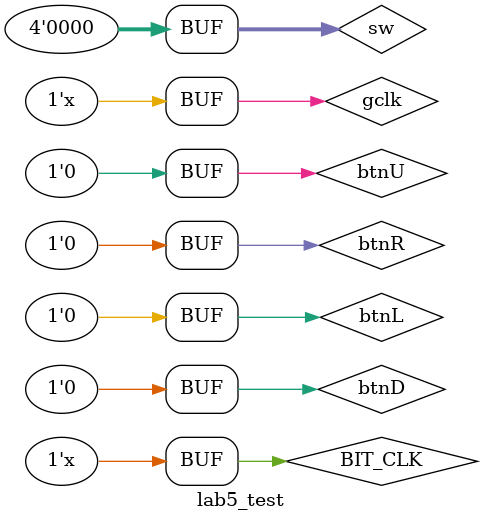
<source format=v>
`timescale 1ns / 1ps


module lab5_test;

	// Inputs
	reg [3:0] sw;
	reg btnU;
	reg btnD;
	reg btnR;
	reg btnL;
	reg gclk;
	reg BIT_CLK;

	// Outputs
	wire SDATA_OUT;
	wire RESET;
	wire SYNC;

	// Instantiate the Unit Under Test (UUT)
	lab5 uut (
		.SDATA_OUT(SDATA_OUT), 
		.RESET(RESET), 
		.SYNC(SYNC), 
		.sw(sw), 
		.btnU(btnU), 
		.btnD(btnD), 
		.btnR(btnR), 
		.btnL(btnL), 
		.gclk(gclk),  
		.BIT_CLK(BIT_CLK)
	);

	initial begin
		// Initialize Inputs
		sw = 0;
		btnU = 0;
		btnD = 0;
		btnR = 0;
		btnL = 0;
		gclk = 0;
		BIT_CLK = 0;
		
		// Wait 100 ns for global reset to finish
		#100;
        
		// Add stimulus here
	end
	
		always #81.3802083 BIT_CLK <= ~BIT_CLK;
		always #5 gclk <= ~gclk;
      
endmodule


</source>
